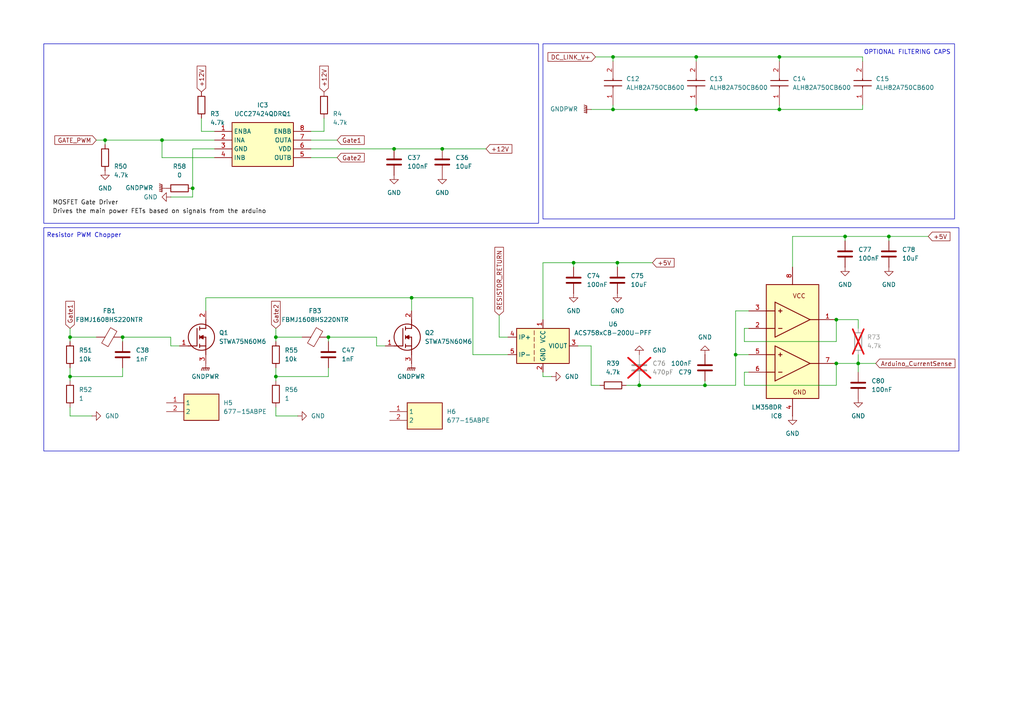
<source format=kicad_sch>
(kicad_sch (version 20250114) (generator "eeschema") (generator_version "9.0")
  (paper "A4")
  (lib_symbols
    (symbol "Device:C" (pin_numbers (hide yes)) (pin_names (offset 0.254))
      (property "Reference" "C" (at 0.635 2.54 0))
      (property "Value" "C" (at 0.635 -2.54 0))
      (symbol "C_0_1"
        (polyline (pts (xy -2.032 0.762) (xy 2.032 0.762)) (stroke (width 0.508)))
        (polyline (pts (xy -2.032 -0.762) (xy 2.032 -0.762)) (stroke (width 0.508)))
      )
      (symbol "C_1_1"
        (pin passive line (at 0 3.81 270) (length 2.794) (name "~") (number "1"))
        (pin passive line (at 0 -3.81 90) (length 2.794) (name "~") (number "2"))
      )
    )
    (symbol "Device:FerriteBead" (pin_numbers (hide yes)) (pin_names (offset 0))
      (property "Reference" "FB" (at -3.81 0.635 90))
      (property "Value" "FerriteBead" (at 3.81 0 90))
      (symbol "FerriteBead_0_1"
        (polyline (pts (xy -2.7686 0.4064) (xy -1.7018 2.2606) (xy 2.7686 -0.3048) (xy 1.6764 -2.159) (xy -2.7686 0.4064)))
        (polyline (pts (xy 0 1.27) (xy 0 1.2954)))
        (polyline (pts (xy 0 -1.27) (xy 0 -1.2192)))
      )
      (symbol "FerriteBead_1_1"
        (pin passive line (at 0 3.81 270) (length 2.54) (name "~") (number "1"))
        (pin passive line (at 0 -3.81 90) (length 2.54) (name "~") (number "2"))
      )
    )
    (symbol "Device:R" (pin_numbers (hide yes)) (pin_names (offset 0))
      (property "Reference" "R" (at 2.032 0 90))
      (property "Value" "R" (at 0 0 90))
      (symbol "R_0_1"
        (rectangle (start -1.016 -2.54) (end 1.016 2.54) (stroke (width 0.254)))
      )
      (symbol "R_1_1"
        (pin passive line (at 0 3.81 270) (length 1.27) (name "~") (number "1"))
        (pin passive line (at 0 -3.81 90) (length 1.27) (name "~") (number "2"))
      )
    )
    (symbol "InverterCom:677-15ABPE"
      (property "Reference" "H" (at 16.51 7.62 0))
      (property "Value" "677-15ABPE" (at 16.51 5.08 0))
      (symbol "677-15ABPE_1_1"
        (rectangle (start 5.08 2.54) (end 15.24 -5.08) (stroke (width 0.254)) (fill (type background)))
        (pin passive line (at 0 0 0) (length 5.08) (name "1") (number "1"))
        (pin passive line (at 0 -2.54 0) (length 5.08) (name "2") (number "2"))
      )
    )
    (symbol "InverterCom:ALH82A750CB600" (pin_names (hide yes))
      (property "Reference" "C" (at 8.89 6.35 0))
      (property "Value" "ALH82A750CB600" (at 8.89 3.81 0))
      (symbol "ALH82A750CB600_1_1"
        (polyline (pts (xy 5.08 0) (xy 5.588 0)) (stroke (width 0.254)))
        (polyline (pts (xy 5.588 2.54) (xy 5.588 -2.54)) (stroke (width 0.254)))
        (polyline (pts (xy 7.112 2.54) (xy 7.112 -2.54)) (stroke (width 0.254)))
        (polyline (pts (xy 7.112 0) (xy 7.62 0)) (stroke (width 0.254)))
        (pin passive line (at 0 0 0) (length 5.08) (name "1") (number "1"))
        (pin passive line (at 12.7 0 180) (length 5.08) (name "2") (number "2"))
      )
    )
    (symbol "InverterCom:LM358DR" (pin_names (hide yes))
      (property "Reference" "IC" (at 22.86 17.78 0))
      (property "Value" "LM358DR" (at 22.86 15.24 0))
      (symbol "LM358DR_1_1"
        (rectangle (start 5.08 7.62) (end 20.32 -25.4) (stroke (width 0.254)) (fill (type background)))
        (polyline (pts (xy 5.08 0) (xy 7.62 0)) (stroke (width 0.254)))
        (polyline (pts (xy 5.08 -5.08) (xy 7.62 -5.08)) (stroke (width 0.254)))
        (polyline (pts (xy 5.08 -12.7) (xy 7.62 -12.7)) (stroke (width 0.254)))
        (polyline (pts (xy 5.08 -17.78) (xy 7.62 -17.78)) (stroke (width 0.254)))
        (polyline (pts (xy 7.62 -7.62) (xy 7.62 2.54)) (stroke (width 0.254)))
        (polyline (pts (xy 7.62 -10.16) (xy 7.62 -20.32)) (stroke (width 0.254)))
        (polyline (pts (xy 8.636 0) (xy 9.652 0)) (stroke (width 0.254)))
        (polyline (pts (xy 8.636 -5.08) (xy 9.652 -5.08)) (stroke (width 0.254)))
        (polyline (pts (xy 8.636 -12.7) (xy 9.652 -12.7)) (stroke (width 0.254)))
        (polyline (pts (xy 8.636 -17.78) (xy 9.652 -17.78)) (stroke (width 0.254)))
        (polyline (pts (xy 9.144 -0.508) (xy 9.144 0.508)) (stroke (width 0.254)))
        (polyline (pts (xy 9.144 -12.192) (xy 9.144 -13.208)) (stroke (width 0.254)))
        (polyline (pts (xy 17.78 -2.54) (xy 7.62 2.54)) (stroke (width 0.254)))
        (polyline (pts (xy 17.78 -2.54) (xy 7.62 -7.62)) (stroke (width 0.254)))
        (polyline (pts (xy 17.78 -2.54) (xy 20.32 -2.54)) (stroke (width 0.254)))
        (polyline (pts (xy 17.78 -15.24) (xy 7.62 -10.16)) (stroke (width 0.254)))
        (polyline (pts (xy 17.78 -15.24) (xy 7.62 -20.32)) (stroke (width 0.254)))
        (polyline (pts (xy 17.78 -15.24) (xy 20.32 -15.24)) (stroke (width 0.254)))
        (text "VCC" (at 12.7 5.08 0) (effects (font (size 1.27 1.27)) (justify left top)))
        (text "GND" (at 12.7 -22.86 0) (effects (font (size 1.27 1.27)) (justify left top)))
        (pin passive line (at 0 0 0) (length 5.08) (name "IN1+") (number "3"))
        (pin passive line (at 0 -5.08 0) (length 5.08) (name "IN1-") (number "2"))
        (pin passive line (at 0 -12.7 0) (length 5.08) (name "IN2+") (number "5"))
        (pin passive line (at 0 -17.78 0) (length 5.08) (name "IN2-") (number "6"))
        (pin passive line (at 12.7 12.7 270) (length 5.08) (name "V+") (number "8"))
        (pin passive line (at 12.7 -30.48 90) (length 5.08) (name "V-") (number "4"))
        (pin passive line (at 25.4 -2.54 180) (length 5.08) (name "OUT1") (number "1"))
        (pin passive line (at 25.4 -15.24 180) (length 5.08) (name "OUT2") (number "7"))
      )
    )
    (symbol "InverterCom:STWA75N60M6" (pin_names (hide yes))
      (property "Reference" "Q" (at 11.43 3.81 0))
      (property "Value" "STWA75N60M6" (at 11.43 1.27 0))
      (symbol "STWA75N60M6_1_1"
        (polyline (pts (xy 2.54 0) (xy 5.08 0)) (stroke (width 0.254)))
        (polyline (pts (xy 5.08 5.08) (xy 5.08 0)) (stroke (width 0.254)))
        (polyline (pts (xy 5.842 5.588) (xy 5.842 4.572)) (stroke (width 0.254)))
        (polyline (pts (xy 5.842 2.54) (xy 6.858 3.048) (xy 6.858 2.032) (xy 5.842 2.54)) (stroke (width 0.254)) (fill (type outline)))
        (polyline (pts (xy 5.842 2.032) (xy 5.842 3.048)) (stroke (width 0.254)))
        (polyline (pts (xy 5.842 0) (xy 7.62 0)) (stroke (width 0.254)))
        (polyline (pts (xy 5.842 -0.508) (xy 5.842 0.508)) (stroke (width 0.254)))
        (circle (center 6.35 2.54) (radius 3.81) (stroke (width 0.254)))
        (polyline (pts (xy 7.62 5.08) (xy 5.842 5.08)) (stroke (width 0.254)))
        (polyline (pts (xy 7.62 5.08) (xy 7.62 7.62)) (stroke (width 0.254)))
        (polyline (pts (xy 7.62 2.54) (xy 5.842 2.54)) (stroke (width 0.254)))
        (polyline (pts (xy 7.62 2.54) (xy 7.62 -2.54)) (stroke (width 0.254)))
        (pin passive line (at 0 0 0) (length 2.54) (name "G") (number "1"))
        (pin passive line (at 7.62 10.16 270) (length 2.54) (name "D") (number "2"))
        (pin passive line (at 7.62 -5.08 90) (length 2.54) (name "S") (number "3"))
      )
    )
    (symbol "InverterCom:UCC27424QDRQ1"
      (property "Reference" "IC" (at 24.13 7.62 0))
      (property "Value" "UCC27424QDRQ1" (at 24.13 5.08 0))
      (symbol "UCC27424QDRQ1_1_1"
        (rectangle (start 5.08 2.54) (end 22.86 -10.16) (stroke (width 0.254)) (fill (type background)))
        (pin passive line (at 0 0 0) (length 5.08) (name "ENBA") (number "1"))
        (pin passive line (at 0 -2.54 0) (length 5.08) (name "INA") (number "2"))
        (pin passive line (at 0 -5.08 0) (length 5.08) (name "GND") (number "3"))
        (pin passive line (at 0 -7.62 0) (length 5.08) (name "INB") (number "4"))
        (pin passive line (at 27.94 0 180) (length 5.08) (name "ENBB") (number "8"))
        (pin passive line (at 27.94 -2.54 180) (length 5.08) (name "OUTA") (number "7"))
        (pin passive line (at 27.94 -5.08 180) (length 5.08) (name "VDD") (number "6"))
        (pin passive line (at 27.94 -7.62 180) (length 5.08) (name "OUTB") (number "5"))
      )
    )
    (symbol "Sensor_Current:ACS758xCB-200U-PFF"
      (property "Reference" "U" (at -7.62 6.35 0))
      (property "Value" "ACS758xCB-200U-PFF" (at 2.54 6.35 0))
      (symbol "ACS758xCB-200U-PFF_0_1"
        (rectangle (start -7.62 5.08) (end 7.62 -5.08) (stroke (width 0.254)) (fill (type background)))
        (polyline (pts (xy -2.54 3.175) (xy -2.54 4.445)))
        (polyline (pts (xy -2.54 1.27) (xy -2.54 2.54)))
        (polyline (pts (xy -2.54 0.635) (xy -2.54 -0.635)))
        (polyline (pts (xy -2.54 -1.27) (xy -2.54 -2.54)))
        (polyline (pts (xy -2.54 -3.175) (xy -2.54 -4.445)))
      )
      (symbol "ACS758xCB-200U-PFF_1_1"
        (pin passive line (at -10.16 2.54 0) (length 2.54) (name "IP+") (number "4"))
        (pin passive line (at -10.16 -2.54 0) (length 2.54) (name "IP-") (number "5"))
        (pin power_in line (at 0 7.62 270) (length 2.54) (name "VCC") (number "1"))
        (pin power_in line (at 0 -7.62 90) (length 2.54) (name "GND") (number "2"))
        (pin output line (at 10.16 0 180) (length 2.54) (name "VIOUT") (number "3"))
      )
    )
    (symbol "power:GND" (power) (pin_numbers (hide yes)) (pin_names (offset 0) (hide yes))
      (property "Value" "GND" (at 0 -3.81 0))
      (symbol "GND_0_1"
        (polyline (pts (xy 0 0) (xy 0 -1.27) (xy 1.27 -1.27) (xy 0 -2.54) (xy -1.27 -1.27) (xy 0 -1.27)))
      )
      (symbol "GND_1_1"
        (pin power_in line (at 0 0 270) (length 0) (name "~") (number "1"))
      )
    )
    (symbol "power:GNDPWR" (power) (pin_numbers (hide yes)) (pin_names (offset 0) (hide yes))
      (property "Value" "GNDPWR" (at 0 -3.302 0))
      (symbol "GNDPWR_0_1"
        (polyline (pts (xy -1.016 -1.27) (xy -1.27 -2.032) (xy -1.27 -2.032)) (stroke (width 0.2032)))
        (polyline (pts (xy -0.508 -1.27) (xy -0.762 -2.032) (xy -0.762 -2.032)) (stroke (width 0.2032)))
        (polyline (pts (xy 0 -1.27) (xy 0 0)))
        (polyline (pts (xy 0 -1.27) (xy -0.254 -2.032) (xy -0.254 -2.032)) (stroke (width 0.2032)))
        (polyline (pts (xy 0.508 -1.27) (xy 0.254 -2.032) (xy 0.254 -2.032)) (stroke (width 0.2032)))
        (polyline (pts (xy 1.016 -1.27) (xy -1.016 -1.27) (xy -1.016 -1.27)) (stroke (width 0.2032)))
        (polyline (pts (xy 1.016 -1.27) (xy 0.762 -2.032) (xy 0.762 -2.032) (xy 0.762 -2.032)) (stroke (width 0.2032)))
      )
      (symbol "GNDPWR_1_1"
        (pin power_in line (at 0 0 270) (length 0) (name "~") (number "1"))
      )
    )
  )
  (rectangle (start 12.7 66.04) (end 278.13 130.81))
  (rectangle (start 157.48 12.7) (end 276.86 63.5))
  (rectangle (start 12.7 12.7) (end 156.21 64.77))
  (text "OPTIONAL FILTERING CAPS" (at 263.144 15.24 0) (effects (font (size 1.27 1.27))))
  (text "Resistor PWM Chopper" (at 24.384 68.326 0) (effects (font (size 1.27 1.27))))
  (junction (at 248.92 105.41))
  (junction (at 226.06 31.75))
  (junction (at 185.42 111.76))
  (junction (at 166.37 76.2))
  (junction (at 119.38 86.36))
  (junction (at 20.32 97.79))
  (junction (at 201.93 31.75))
  (junction (at 201.93 16.51))
  (junction (at 257.81 68.58))
  (junction (at 46.99 40.64))
  (junction (at 20.32 109.22))
  (junction (at 128.27 43.18))
  (junction (at 242.57 105.41))
  (junction (at 245.11 68.58))
  (junction (at 226.06 16.51))
  (junction (at 213.36 102.87))
  (junction (at 30.48 40.64))
  (junction (at 177.8 31.75))
  (junction (at 204.47 111.76))
  (junction (at 114.3 43.18))
  (junction (at 95.25 97.79))
  (junction (at 35.56 97.79))
  (junction (at 177.8 16.51))
  (junction (at 80.01 109.22))
  (junction (at 80.01 97.79))
  (junction (at 179.07 76.2))
  (junction (at 55.88 54.61))
  (junction (at 242.57 92.71))
  (wire (pts (xy 226.06 17.78) (xy 226.06 16.51)))
  (wire (pts (xy 27.94 40.64) (xy 30.48 40.64)))
  (wire (pts (xy 46.99 45.72) (xy 62.23 45.72)))
  (wire (pts (xy 204.47 111.76) (xy 213.36 111.76)))
  (wire (pts (xy 55.88 43.18) (xy 55.88 54.61)))
  (wire (pts (xy 215.9 95.25) (xy 215.9 99.06)))
  (wire (pts (xy 55.88 43.18) (xy 62.23 43.18)))
  (wire (pts (xy 87.63 97.79) (xy 80.01 97.79)))
  (wire (pts (xy 257.81 69.85) (xy 257.81 68.58)))
  (wire (pts (xy 49.53 57.15) (xy 55.88 57.15)))
  (wire (pts (xy 80.01 109.22) (xy 80.01 110.49)))
  (wire (pts (xy 213.36 90.17) (xy 213.36 102.87)))
  (wire (pts (xy 59.69 90.17) (xy 59.69 86.36)))
  (wire (pts (xy 226.06 31.75) (xy 250.19 31.75)))
  (wire (pts (xy 95.25 109.22) (xy 80.01 109.22)))
  (wire (pts (xy 93.98 34.29) (xy 93.98 38.1)))
  (wire (pts (xy 35.56 97.79) (xy 49.53 97.79)))
  (wire (pts (xy 226.06 31.75) (xy 226.06 30.48)))
  (wire (pts (xy 80.01 109.22) (xy 80.01 106.68)))
  (wire (pts (xy 177.8 17.78) (xy 177.8 16.51)))
  (wire (pts (xy 90.17 40.64) (xy 97.79 40.64)))
  (wire (pts (xy 242.57 92.71) (xy 248.92 92.71)))
  (wire (pts (xy 35.56 106.68) (xy 35.56 109.22)))
  (wire (pts (xy 177.8 31.75) (xy 201.93 31.75)))
  (wire (pts (xy 30.48 40.64) (xy 46.99 40.64)))
  (wire (pts (xy 20.32 109.22) (xy 20.32 106.68)))
  (wire (pts (xy 46.99 40.64) (xy 62.23 40.64)))
  (wire (pts (xy 144.78 97.79) (xy 147.32 97.79)))
  (wire (pts (xy 20.32 97.79) (xy 20.32 95.25)))
  (wire (pts (xy 248.92 102.87) (xy 248.92 105.41)))
  (wire (pts (xy 46.99 40.64) (xy 46.99 45.72)))
  (wire (pts (xy 111.76 100.33) (xy 109.22 100.33)))
  (wire (pts (xy 204.47 110.49) (xy 204.47 111.76)))
  (wire (pts (xy 257.81 68.58) (xy 269.24 68.58)))
  (wire (pts (xy 49.53 100.33) (xy 52.07 100.33)))
  (wire (pts (xy 171.45 100.33) (xy 167.64 100.33)))
  (wire (pts (xy 27.94 97.79) (xy 20.32 97.79)))
  (wire (pts (xy 119.38 86.36) (xy 119.38 90.17)))
  (wire (pts (xy 213.36 90.17) (xy 217.17 90.17)))
  (wire (pts (xy 213.36 111.76) (xy 213.36 102.87)))
  (wire (pts (xy 137.16 86.36) (xy 137.16 102.87)))
  (wire (pts (xy 179.07 77.47) (xy 179.07 76.2)))
  (wire (pts (xy 242.57 99.06) (xy 242.57 92.71)))
  (wire (pts (xy 189.23 76.2) (xy 179.07 76.2)))
  (wire (pts (xy 250.19 31.75) (xy 250.19 30.48)))
  (wire (pts (xy 95.25 106.68) (xy 95.25 109.22)))
  (wire (pts (xy 229.87 68.58) (xy 245.11 68.58)))
  (wire (pts (xy 217.17 95.25) (xy 215.9 95.25)))
  (wire (pts (xy 215.9 99.06) (xy 242.57 99.06)))
  (wire (pts (xy 201.93 31.75) (xy 226.06 31.75)))
  (wire (pts (xy 144.78 91.44) (xy 144.78 97.79)))
  (wire (pts (xy 58.42 34.29) (xy 58.42 38.1)))
  (wire (pts (xy 171.45 111.76) (xy 171.45 100.33)))
  (wire (pts (xy 157.48 107.95) (xy 157.48 109.22)))
  (wire (pts (xy 185.42 111.76) (xy 204.47 111.76)))
  (wire (pts (xy 226.06 16.51) (xy 201.93 16.51)))
  (wire (pts (xy 171.45 31.75) (xy 177.8 31.75)))
  (wire (pts (xy 215.9 111.76) (xy 242.57 111.76)))
  (wire (pts (xy 201.93 16.51) (xy 177.8 16.51)))
  (wire (pts (xy 62.23 38.1) (xy 58.42 38.1)))
  (wire (pts (xy 177.8 31.75) (xy 177.8 30.48)))
  (wire (pts (xy 172.72 16.51) (xy 177.8 16.51)))
  (wire (pts (xy 90.17 43.18) (xy 114.3 43.18)))
  (wire (pts (xy 80.01 120.65) (xy 80.01 118.11)))
  (wire (pts (xy 90.17 45.72) (xy 97.79 45.72)))
  (wire (pts (xy 245.11 69.85) (xy 245.11 68.58)))
  (wire (pts (xy 35.56 109.22) (xy 20.32 109.22)))
  (wire (pts (xy 80.01 97.79) (xy 80.01 95.25)))
  (wire (pts (xy 248.92 105.41) (xy 248.92 107.95)))
  (wire (pts (xy 95.25 97.79) (xy 109.22 97.79)))
  (wire (pts (xy 229.87 68.58) (xy 229.87 77.47)))
  (wire (pts (xy 171.45 111.76) (xy 173.99 111.76)))
  (wire (pts (xy 114.3 43.18) (xy 128.27 43.18)))
  (wire (pts (xy 215.9 107.95) (xy 215.9 111.76)))
  (wire (pts (xy 248.92 92.71) (xy 248.92 95.25)))
  (wire (pts (xy 250.19 16.51) (xy 226.06 16.51)))
  (wire (pts (xy 217.17 107.95) (xy 215.9 107.95)))
  (wire (pts (xy 137.16 86.36) (xy 119.38 86.36)))
  (wire (pts (xy 166.37 77.47) (xy 166.37 76.2)))
  (wire (pts (xy 201.93 17.78) (xy 201.93 16.51)))
  (wire (pts (xy 137.16 102.87) (xy 147.32 102.87)))
  (wire (pts (xy 181.61 111.76) (xy 185.42 111.76)))
  (wire (pts (xy 26.67 120.65) (xy 20.32 120.65)))
  (wire (pts (xy 95.25 99.06) (xy 95.25 97.79)))
  (wire (pts (xy 109.22 100.33) (xy 109.22 97.79)))
  (wire (pts (xy 166.37 76.2) (xy 157.48 76.2)))
  (wire (pts (xy 49.53 97.79) (xy 49.53 100.33)))
  (wire (pts (xy 93.98 38.1) (xy 90.17 38.1)))
  (wire (pts (xy 20.32 97.79) (xy 20.32 99.06)))
  (wire (pts (xy 59.69 86.36) (xy 119.38 86.36)))
  (wire (pts (xy 35.56 99.06) (xy 35.56 97.79)))
  (wire (pts (xy 248.92 105.41) (xy 254 105.41)))
  (wire (pts (xy 157.48 109.22) (xy 160.02 109.22)))
  (wire (pts (xy 185.42 110.49) (xy 185.42 111.76)))
  (wire (pts (xy 86.36 120.65) (xy 80.01 120.65)))
  (wire (pts (xy 201.93 31.75) (xy 201.93 30.48)))
  (wire (pts (xy 179.07 76.2) (xy 166.37 76.2)))
  (wire (pts (xy 250.19 17.78) (xy 250.19 16.51)))
  (wire (pts (xy 242.57 105.41) (xy 248.92 105.41)))
  (wire (pts (xy 30.48 40.64) (xy 30.48 41.91)))
  (wire (pts (xy 242.57 111.76) (xy 242.57 105.41)))
  (wire (pts (xy 213.36 102.87) (xy 217.17 102.87)))
  (wire (pts (xy 157.48 76.2) (xy 157.48 92.71)))
  (wire (pts (xy 20.32 120.65) (xy 20.32 118.11)))
  (wire (pts (xy 128.27 43.18) (xy 140.97 43.18)))
  (wire (pts (xy 55.88 57.15) (xy 55.88 54.61)))
  (wire (pts (xy 245.11 68.58) (xy 257.81 68.58)))
  (wire (pts (xy 20.32 109.22) (xy 20.32 110.49)))
  (wire (pts (xy 80.01 97.79) (xy 80.01 99.06)))
  (label "MOSFET Gate Driver" (at 15.24 59.69 0))
  (label "Drives the main power FETs based on signals from the arduino" (at 15.24 62.23 0))
  (global_label "Gate1" (shape input) (at 97.79 40.64 0) (property "Intersheetrefs" "${INTERSHEET_REFS}" (effects (hide yes))))
  (global_label "+12V" (shape input) (at 58.42 26.67 90) (property "Intersheetrefs" "${INTERSHEET_REFS}" (effects (hide yes))))
  (global_label "Gate1" (shape input) (at 20.32 95.25 90) (property "Intersheetrefs" "${INTERSHEET_REFS}" (effects (hide yes))))
  (global_label "Gate2" (shape input) (at 80.01 95.25 90) (property "Intersheetrefs" "${INTERSHEET_REFS}" (effects (hide yes))))
  (global_label "+5V" (shape input) (at 269.24 68.58 0) (property "Intersheetrefs" "${INTERSHEET_REFS}" (effects (hide yes))))
  (global_label "Arduino_CurrentSense" (shape input) (at 254 105.41 0) (property "Intersheetrefs" "${INTERSHEET_REFS}" (effects (hide yes))))
  (global_label "Gate2" (shape input) (at 97.79 45.72 0) (property "Intersheetrefs" "${INTERSHEET_REFS}" (effects (hide yes))))
  (global_label "+12V" (shape input) (at 140.97 43.18 0) (property "Intersheetrefs" "${INTERSHEET_REFS}" (effects (hide yes))))
  (global_label "GATE_PWM" (shape input) (at 27.94 40.64 180) (property "Intersheetrefs" "${INTERSHEET_REFS}" (effects (hide yes))))
  (global_label "RESISTOR_RETURN" (shape input) (at 144.78 91.44 90) (property "Intersheetrefs" "${INTERSHEET_REFS}" (effects (hide yes))))
  (global_label "+12V" (shape input) (at 93.98 26.67 90) (property "Intersheetrefs" "${INTERSHEET_REFS}" (effects (hide yes))))
  (global_label "+5V" (shape input) (at 189.23 76.2 0) (property "Intersheetrefs" "${INTERSHEET_REFS}" (effects (hide yes))))
  (global_label "DC_LINK_V+" (shape input) (at 172.72 16.51 180) (property "Intersheetrefs" "${INTERSHEET_REFS}" (effects (hide yes))))
  (symbol (lib_id "Device:C") (at 204.47 106.68 180) (unit 1)
    (property "Reference" "C79" (at 200.66 107.9501 0) (effects (justify left)))
    (property "Value" "100nF" (at 200.66 105.4101 0) (effects (justify left)))
    (property "Footprint" "Capacitor_SMD:C_1210_3225Metric_Pad1.33x2.70mm_HandSolder" (effects (hide yes)))
    (property "Description" "Unpolarized capacitor" (effects (hide yes)))
  )
  (symbol (lib_id "InverterCom:677-15ABPE") (at 48.26 116.84 0) (unit 1)
    (property "Reference" "H5" (at 64.77 116.8399 0) (effects (justify left)))
    (property "Value" "677-15ABPE" (at 64.77 119.3799 0) (effects (justify left)))
    (property "Footprint" "InverterCom:67715ABPE" (effects (hide yes)))
    (property "Datasheet" "http://www.wakefield-vette.com/Portals/0/resources/datasheets/677.pdf" (effects (hide yes)))
    (property "Description" "Heat Sinks High Performance, High Power Heat Sink for Vertical Board Mounting for TO-220, TO-247, TO-218, 15-LEAD MULTIWATT, 38.1mm Height/002" (effects (hide yes)))
    (property "Height" "38.1" (effects (hide yes)))
    (property "Mouser Part Number" "567-677-15ABPE" (effects (hide yes)))
    (property "Mouser Price/Stock" "https://www.mouser.co.uk/ProductDetail/Wakefield-Thermal/677-15ABPE?qs=IxdtNV%2F4IV2Xq6Oa6Jy%2FmQ%3D%3D" (effects (hide yes)))
    (property "Manufacturer_Name" "Wakefield Thermal" (effects (hide yes)))
    (property "Manufacturer_Part_Number" "677-15ABPE" (effects (hide yes)))
  )
  (symbol (lib_id "Device:R") (at 80.01 102.87 0) (unit 1)
    (property "Reference" "R55" (at 82.55 101.5999 0) (effects (justify left)))
    (property "Value" "10k" (at 82.55 104.1399 0) (effects (justify left)))
    (property "Footprint" "Resistor_SMD:R_1210_3225Metric_Pad1.30x2.65mm_HandSolder" (effects (hide yes)))
    (property "Description" "Resistor" (effects (hide yes)))
  )
  (symbol (lib_id "Device:C") (at 245.11 73.66 0) (unit 1)
    (property "Reference" "C77" (at 248.92 72.3899 0) (effects (justify left)))
    (property "Value" "100nF" (at 248.92 74.9299 0) (effects (justify left)))
    (property "Footprint" "Capacitor_SMD:C_1210_3225Metric_Pad1.33x2.70mm_HandSolder" (effects (hide yes)))
    (property "Description" "Unpolarized capacitor" (effects (hide yes)))
  )
  (symbol (lib_id "power:GND") (at 245.11 77.47 0) (unit 1)
    (property "Reference" "#PWR0114" (effects (hide yes)))
    (property "Value" "GND" (at 245.11 82.55 0))
    (property "Description" "Power symbol creates a global label with name \"GND\" , ground" (effects (hide yes)))
  )
  (symbol (lib_id "InverterCom:ALH82A750CB600") (at 201.93 30.48 90) (unit 1)
    (property "Reference" "C13" (at 205.74 22.8599 90) (effects (justify right)))
    (property "Value" "ALH82A750CB600" (at 205.74 25.3999 90) (effects (justify right)))
    (property "Footprint" "InverterCom:ALH82A750CB600" (effects (hide yes)))
    (property "Datasheet" "https://search.kemet.com/component-documentation/download/specsheet/ALH82A750CB600" (effects (hide yes)))
    (property "Description" "75 F 600 V Aluminum Electrolytic Capacitors Radial, Can - Snap-In 1.861Ohm @ 100Hz 3000 Hrs @ 105C" (effects (hide yes)))
    (property "Height" "32" (effects (hide yes)))
    (property "Mouser Part Number" "80-ALH82A750CB600" (effects (hide yes)))
    (property "Mouser Price/Stock" "https://www.mouser.co.uk/ProductDetail/KEMET/ALH82A750CB600?qs=IPgv5n7u5QYD2qLIrnuv%2FQ%3D%3D" (effects (hide yes)))
    (property "Manufacturer_Name" "KEMET" (effects (hide yes)))
    (property "Manufacturer_Part_Number" "ALH82A750CB600" (effects (hide yes)))
  )
  (symbol (lib_id "Device:C") (at 114.3 46.99 0) (unit 1)
    (property "Reference" "C37" (at 118.11 45.7199 0) (effects (justify left)))
    (property "Value" "100nF" (at 118.11 48.2599 0) (effects (justify left)))
    (property "Footprint" "Capacitor_SMD:C_1210_3225Metric_Pad1.33x2.70mm_HandSolder" (effects (hide yes)))
    (property "Description" "Unpolarized capacitor" (effects (hide yes)))
  )
  (symbol (lib_id "Device:FerriteBead") (at 31.75 97.79 90) (unit 1)
    (property "Reference" "FB1" (at 31.6992 90.17 90))
    (property "Value" "FBMJ1608HS220NTR" (at 31.6992 92.71 90))
    (property "Footprint" "InverterCom:BEADC1608X100N" (effects (hide yes)))
    (property "Description" "Ferrite bead" (effects (hide yes)))
    (property "Height" "1" (effects (hide yes)))
    (property "Mouser Part Number" "963-FBMJ1608HS220NTR" (effects (hide yes)))
    (property "Mouser Price/Stock" "https://www.mouser.co.uk/ProductDetail/TAIYO-YUDEN/FBMJ1608HS220NTR?qs=qEEMd6hQM8XfqBRLulOo%2FQ%3D%3D" (effects (hide yes)))
    (property "Manufacturer_Name" "TAIYO YUDEN" (effects (hide yes)))
    (property "Manufacturer_Part_Number" "FBMJ1608HS220NTR" (effects (hide yes)))
  )
  (symbol (lib_id "InverterCom:677-15ABPE") (at 113.03 119.38 0) (unit 1)
    (property "Reference" "H6" (at 129.54 119.3799 0) (effects (justify left)))
    (property "Value" "677-15ABPE" (at 129.54 121.9199 0) (effects (justify left)))
    (property "Footprint" "InverterCom:67715ABPE" (effects (hide yes)))
    (property "Datasheet" "http://www.wakefield-vette.com/Portals/0/resources/datasheets/677.pdf" (effects (hide yes)))
    (property "Description" "Heat Sinks High Performance, High Power Heat Sink for Vertical Board Mounting for TO-220, TO-247, TO-218, 15-LEAD MULTIWATT, 38.1mm Height/002" (effects (hide yes)))
    (property "Height" "38.1" (effects (hide yes)))
    (property "Mouser Part Number" "567-677-15ABPE" (effects (hide yes)))
    (property "Mouser Price/Stock" "https://www.mouser.co.uk/ProductDetail/Wakefield-Thermal/677-15ABPE?qs=IxdtNV%2F4IV2Xq6Oa6Jy%2FmQ%3D%3D" (effects (hide yes)))
    (property "Manufacturer_Name" "Wakefield Thermal" (effects (hide yes)))
    (property "Manufacturer_Part_Number" "677-15ABPE" (effects (hide yes)))
  )
  (symbol (lib_id "InverterCom:STWA75N60M6") (at 111.76 100.33 0) (unit 1)
    (property "Reference" "Q2" (at 123.19 96.5199 0) (effects (justify left)))
    (property "Value" "STWA75N60M6" (at 123.19 99.0599 0) (effects (justify left)))
    (property "Footprint" "InverterCom:TO544P510X1580X2540-3P" (effects (hide yes)))
    (property "Datasheet" "https://www.st.com/resource/en/datasheet/stwa75n60m6.pdf" (effects (hide yes)))
    (property "Description" "N-channel 600 V, 32 mOhm typ., 72 A MDmesh M6 Power MOSFET in a TO-247 long leads package" (effects (hide yes)))
    (property "Height" "5.1" (effects (hide yes)))
    (property "Mouser Part Number" "511-STWA75N60M6" (effects (hide yes)))
    (property "Mouser Price/Stock" "https://www.mouser.co.uk/ProductDetail/STMicroelectronics/STWA75N60M6?qs=%252BEew9%252B0nqrCXcHfSF9fhZA%3D%3D" (effects (hide yes)))
    (property "Manufacturer_Name" "STMicroelectronics" (effects (hide yes)))
    (property "Manufacturer_Part_Number" "STWA75N60M6" (effects (hide yes)))
  )
  (symbol (lib_id "InverterCom:STWA75N60M6") (at 52.07 100.33 0) (unit 1)
    (property "Reference" "Q1" (at 63.5 96.5199 0) (effects (justify left)))
    (property "Value" "STWA75N60M6" (at 63.5 99.0599 0) (effects (justify left)))
    (property "Footprint" "InverterCom:TO544P510X1580X2540-3P" (effects (hide yes)))
    (property "Datasheet" "https://www.st.com/resource/en/datasheet/stwa75n60m6.pdf" (effects (hide yes)))
    (property "Description" "N-channel 600 V, 32 mOhm typ., 72 A MDmesh M6 Power MOSFET in a TO-247 long leads package" (effects (hide yes)))
    (property "Height" "5.1" (effects (hide yes)))
    (property "Mouser Part Number" "511-STWA75N60M6" (effects (hide yes)))
    (property "Mouser Price/Stock" "https://www.mouser.co.uk/ProductDetail/STMicroelectronics/STWA75N60M6?qs=%252BEew9%252B0nqrCXcHfSF9fhZA%3D%3D" (effects (hide yes)))
    (property "Manufacturer_Name" "STMicroelectronics" (effects (hide yes)))
    (property "Manufacturer_Part_Number" "STWA75N60M6" (effects (hide yes)))
  )
  (symbol (lib_id "power:GND") (at 49.53 57.15 270) (unit 1)
    (property "Reference" "#PWR0103" (effects (hide yes)))
    (property "Value" "GND" (at 45.72 57.1499 90) (effects (justify right)))
    (property "Description" "Power symbol creates a global label with name \"GND\" , ground" (effects (hide yes)))
  )
  (symbol (lib_id "Device:C") (at 257.81 73.66 0) (unit 1)
    (property "Reference" "C78" (at 261.62 72.3899 0) (effects (justify left)))
    (property "Value" "10uF" (at 261.62 74.9299 0) (effects (justify left)))
    (property "Footprint" "Capacitor_SMD:C_1210_3225Metric_Pad1.33x2.70mm_HandSolder" (effects (hide yes)))
    (property "Description" "Unpolarized capacitor" (effects (hide yes)))
  )
  (symbol (lib_id "Device:C") (at 185.42 106.68 0) (unit 1) (dnp yes)
    (property "Reference" "C76" (at 189.23 105.4099 0) (effects (justify left)))
    (property "Value" "470pF" (at 189.23 107.9499 0) (effects (justify left)))
    (property "Footprint" "Capacitor_SMD:C_1210_3225Metric_Pad1.33x2.70mm_HandSolder" (effects (hide yes)))
    (property "Description" "Unpolarized capacitor" (effects (hide yes)))
  )
  (symbol (lib_id "Device:R") (at 58.42 30.48 180) (unit 1)
    (property "Reference" "R3" (at 60.96 33.0199 0) (effects (justify right)))
    (property "Value" "4.7k" (at 60.96 35.5599 0) (effects (justify right)))
    (property "Footprint" "Resistor_SMD:R_1210_3225Metric_Pad1.30x2.65mm_HandSolder" (effects (hide yes)))
    (property "Description" "Resistor" (effects (hide yes)))
  )
  (symbol (lib_id "Device:R") (at 93.98 30.48 180) (unit 1)
    (property "Reference" "R4" (at 96.52 33.0199 0) (effects (justify right)))
    (property "Value" "4.7k" (at 96.52 35.5599 0) (effects (justify right)))
    (property "Footprint" "Resistor_SMD:R_1210_3225Metric_Pad1.30x2.65mm_HandSolder" (effects (hide yes)))
    (property "Description" "Resistor" (effects (hide yes)))
  )
  (symbol (lib_id "Device:R") (at 30.48 45.72 180) (unit 1)
    (property "Reference" "R50" (at 33.02 48.2599 0) (effects (justify right)))
    (property "Value" "4.7k" (at 33.02 50.7999 0) (effects (justify right)))
    (property "Footprint" "Resistor_SMD:R_1210_3225Metric_Pad1.30x2.65mm_HandSolder" (effects (hide yes)))
    (property "Description" "Resistor" (effects (hide yes)))
  )
  (symbol (lib_id "Device:R") (at 20.32 102.87 0) (unit 1)
    (property "Reference" "R51" (at 22.86 101.5999 0) (effects (justify left)))
    (property "Value" "10k" (at 22.86 104.1399 0) (effects (justify left)))
    (property "Footprint" "Resistor_SMD:R_1210_3225Metric_Pad1.30x2.65mm_HandSolder" (effects (hide yes)))
    (property "Description" "Resistor" (effects (hide yes)))
  )
  (symbol (lib_id "power:GND") (at 179.07 85.09 0) (unit 1)
    (property "Reference" "#PWR0110" (effects (hide yes)))
    (property "Value" "GND" (at 179.07 90.17 0))
    (property "Description" "Power symbol creates a global label with name \"GND\" , ground" (effects (hide yes)))
  )
  (symbol (lib_id "Device:C") (at 35.56 102.87 180) (unit 1)
    (property "Reference" "C38" (at 39.37 101.5999 0) (effects (justify right)))
    (property "Value" "1nF" (at 39.37 104.1399 0) (effects (justify right)))
    (property "Footprint" "Capacitor_SMD:C_1210_3225Metric_Pad1.33x2.70mm_HandSolder" (effects (hide yes)))
    (property "Description" "Unpolarized capacitor" (effects (hide yes)))
  )
  (symbol (lib_id "InverterCom:ALH82A750CB600") (at 250.19 30.48 90) (unit 1)
    (property "Reference" "C15" (at 254 22.8599 90) (effects (justify right)))
    (property "Value" "ALH82A750CB600" (at 254 25.3999 90) (effects (justify right)))
    (property "Footprint" "InverterCom:ALH82A750CB600" (effects (hide yes)))
    (property "Datasheet" "https://search.kemet.com/component-documentation/download/specsheet/ALH82A750CB600" (effects (hide yes)))
    (property "Description" "75 F 600 V Aluminum Electrolytic Capacitors Radial, Can - Snap-In 1.861Ohm @ 100Hz 3000 Hrs @ 105C" (effects (hide yes)))
    (property "Height" "32" (effects (hide yes)))
    (property "Mouser Part Number" "80-ALH82A750CB600" (effects (hide yes)))
    (property "Mouser Price/Stock" "https://www.mouser.co.uk/ProductDetail/KEMET/ALH82A750CB600?qs=IPgv5n7u5QYD2qLIrnuv%2FQ%3D%3D" (effects (hide yes)))
    (property "Manufacturer_Name" "KEMET" (effects (hide yes)))
    (property "Manufacturer_Part_Number" "ALH82A750CB600" (effects (hide yes)))
  )
  (symbol (lib_id "power:GND") (at 204.47 102.87 180) (unit 1)
    (property "Reference" "#PWR0122" (effects (hide yes)))
    (property "Value" "GND" (at 204.47 97.79 0))
    (property "Description" "Power symbol creates a global label with name \"GND\" , ground" (effects (hide yes)))
  )
  (symbol (lib_id "Device:C") (at 179.07 81.28 0) (unit 1)
    (property "Reference" "C75" (at 182.88 80.0099 0) (effects (justify left)))
    (property "Value" "10uF" (at 182.88 82.5499 0) (effects (justify left)))
    (property "Footprint" "Capacitor_SMD:C_1210_3225Metric_Pad1.33x2.70mm_HandSolder" (effects (hide yes)))
    (property "Description" "Unpolarized capacitor" (effects (hide yes)))
  )
  (symbol (lib_id "Device:FerriteBead") (at 91.44 97.79 90) (unit 1)
    (property "Reference" "FB3" (at 91.3892 90.17 90))
    (property "Value" "FBMJ1608HS220NTR" (at 91.3892 92.71 90))
    (property "Footprint" "InverterCom:BEADC1608X100N" (effects (hide yes)))
    (property "Description" "Ferrite bead" (effects (hide yes)))
    (property "Height" "1" (effects (hide yes)))
    (property "Mouser Part Number" "963-FBMJ1608HS220NTR" (effects (hide yes)))
    (property "Mouser Price/Stock" "https://www.mouser.co.uk/ProductDetail/TAIYO-YUDEN/FBMJ1608HS220NTR?qs=qEEMd6hQM8XfqBRLulOo%2FQ%3D%3D" (effects (hide yes)))
    (property "Manufacturer_Name" "TAIYO YUDEN" (effects (hide yes)))
    (property "Manufacturer_Part_Number" "FBMJ1608HS220NTR" (effects (hide yes)))
  )
  (symbol (lib_id "Sensor_Current:ACS758xCB-200U-PFF") (at 157.48 100.33 0) (unit 1)
    (property "Reference" "U6" (at 177.8 94.0114 0))
    (property "Value" "ACS758xCB-200U-PFF" (at 177.8 96.5514 0))
    (property "Footprint" "Sensor_Current:Allegro_CB_PFF" (effects (hide yes)))
    (property "Datasheet" "http://www.allegromicro.com/~/media/Files/Datasheets/ACS758-Datasheet.ashx?la=en" (effects (hide yes)))
    (property "Description" "200A Unidirectional Hall-Effect Current Sensor, +5.0V supply, 20mV/A, CB-5 PFF" (effects (hide yes)))
  )
  (symbol (lib_id "Device:R") (at 20.32 114.3 0) (unit 1)
    (property "Reference" "R52" (at 22.86 113.0299 0) (effects (justify left)))
    (property "Value" "1" (at 22.86 115.5699 0) (effects (justify left)))
    (property "Footprint" "Resistor_SMD:R_1210_3225Metric_Pad1.30x2.65mm_HandSolder" (effects (hide yes)))
    (property "Description" "Resistor" (effects (hide yes)))
  )
  (symbol (lib_id "power:GND") (at 257.81 77.47 0) (unit 1)
    (property "Reference" "#PWR0115" (effects (hide yes)))
    (property "Value" "GND" (at 257.81 82.55 0))
    (property "Description" "Power symbol creates a global label with name \"GND\" , ground" (effects (hide yes)))
  )
  (symbol (lib_id "Device:C") (at 128.27 46.99 0) (unit 1)
    (property "Reference" "C36" (at 132.08 45.7199 0) (effects (justify left)))
    (property "Value" "10uF" (at 132.08 48.2599 0) (effects (justify left)))
    (property "Footprint" "Capacitor_SMD:C_1210_3225Metric_Pad1.33x2.70mm_HandSolder" (effects (hide yes)))
    (property "Description" "Unpolarized capacitor" (effects (hide yes)))
  )
  (symbol (lib_id "power:GND") (at 26.67 120.65 90) (unit 1)
    (property "Reference" "#PWR0123" (effects (hide yes)))
    (property "Value" "GND" (at 30.48 120.6499 90) (effects (justify right)))
    (property "Description" "Power symbol creates a global label with name \"GND\" , ground" (effects (hide yes)))
  )
  (symbol (lib_id "power:GNDPWR") (at 171.45 31.75 270) (unit 1)
    (property "Reference" "#PWR018" (effects (hide yes)))
    (property "Value" "GNDPWR" (at 167.64 31.6229 90) (effects (justify right)))
    (property "Description" "Power symbol creates a global label with name \"GNDPWR\" , global ground" (effects (hide yes)))
  )
  (symbol (lib_id "power:GND") (at 128.27 50.8 0) (unit 1)
    (property "Reference" "#PWR0104" (effects (hide yes)))
    (property "Value" "GND" (at 128.27 55.88 0))
    (property "Description" "Power symbol creates a global label with name \"GND\" , ground" (effects (hide yes)))
  )
  (symbol (lib_id "power:GND") (at 248.92 115.57 0) (unit 1)
    (property "Reference" "#PWR0125" (effects (hide yes)))
    (property "Value" "GND" (at 248.92 120.65 0))
    (property "Description" "Power symbol creates a global label with name \"GND\" , ground" (effects (hide yes)))
  )
  (symbol (lib_id "Device:C") (at 248.92 111.76 0) (unit 1)
    (property "Reference" "C80" (at 252.73 110.4899 0) (effects (justify left)))
    (property "Value" "100nF" (at 252.73 113.0299 0) (effects (justify left)))
    (property "Footprint" "Capacitor_SMD:C_1210_3225Metric_Pad1.33x2.70mm_HandSolder" (effects (hide yes)))
    (property "Description" "Unpolarized capacitor" (effects (hide yes)))
  )
  (symbol (lib_id "InverterCom:ALH82A750CB600") (at 177.8 30.48 90) (unit 1)
    (property "Reference" "C12" (at 181.61 22.8599 90) (effects (justify right)))
    (property "Value" "ALH82A750CB600" (at 181.61 25.3999 90) (effects (justify right)))
    (property "Footprint" "InverterCom:ALH82A750CB600" (effects (hide yes)))
    (property "Datasheet" "https://search.kemet.com/component-documentation/download/specsheet/ALH82A750CB600" (effects (hide yes)))
    (property "Description" "75 F 600 V Aluminum Electrolytic Capacitors Radial, Can - Snap-In 1.861Ohm @ 100Hz 3000 Hrs @ 105C" (effects (hide yes)))
    (property "Height" "32" (effects (hide yes)))
    (property "Mouser Part Number" "80-ALH82A750CB600" (effects (hide yes)))
    (property "Mouser Price/Stock" "https://www.mouser.co.uk/ProductDetail/KEMET/ALH82A750CB600?qs=IPgv5n7u5QYD2qLIrnuv%2FQ%3D%3D" (effects (hide yes)))
    (property "Manufacturer_Name" "KEMET" (effects (hide yes)))
    (property "Manufacturer_Part_Number" "ALH82A750CB600" (effects (hide yes)))
  )
  (symbol (lib_id "InverterCom:UCC27424QDRQ1") (at 62.23 38.1 0) (unit 1)
    (property "Reference" "IC3" (at 76.2 30.48 0))
    (property "Value" "UCC27424QDRQ1" (at 76.2 33.02 0))
    (property "Footprint" "InverterCom:SOIC127P600X175-8N" (effects (hide yes)))
    (property "Datasheet" "http://www.ti.com/lit/gpn/ucc27424-q1" (effects (hide yes)))
    (property "Description" "Automotive Dual 4A High Speed Low-Side MOSFET Driver With Enable" (effects (hide yes)))
    (property "Height" "1.75" (effects (hide yes)))
    (property "Mouser Part Number" "595-UCC27424QDRQ1" (effects (hide yes)))
    (property "Mouser Price/Stock" "https://www.mouser.co.uk/ProductDetail/Texas-Instruments/UCC27424QDRQ1?qs=3WadRV20yGwTLMr0pUhVuw%3D%3D" (effects (hide yes)))
    (property "Manufacturer_Name" "Texas Instruments" (effects (hide yes)))
    (property "Manufacturer_Part_Number" "UCC27424QDRQ1" (effects (hide yes)))
  )
  (symbol (lib_id "power:GND") (at 30.48 49.53 0) (unit 1)
    (property "Reference" "#PWR0106" (effects (hide yes)))
    (property "Value" "GND" (at 30.48 54.61 0))
    (property "Description" "Power symbol creates a global label with name \"GND\" , ground" (effects (hide yes)))
  )
  (symbol (lib_id "Device:R") (at 80.01 114.3 0) (unit 1)
    (property "Reference" "R56" (at 82.55 113.0299 0) (effects (justify left)))
    (property "Value" "1" (at 82.55 115.5699 0) (effects (justify left)))
    (property "Footprint" "Resistor_SMD:R_1210_3225Metric_Pad1.30x2.65mm_HandSolder" (effects (hide yes)))
    (property "Description" "Resistor" (effects (hide yes)))
  )
  (symbol (lib_id "InverterCom:ALH82A750CB600") (at 226.06 30.48 90) (unit 1)
    (property "Reference" "C14" (at 229.87 22.8599 90) (effects (justify right)))
    (property "Value" "ALH82A750CB600" (at 229.87 25.3999 90) (effects (justify right)))
    (property "Footprint" "InverterCom:ALH82A750CB600" (effects (hide yes)))
    (property "Datasheet" "https://search.kemet.com/component-documentation/download/specsheet/ALH82A750CB600" (effects (hide yes)))
    (property "Description" "75 F 600 V Aluminum Electrolytic Capacitors Radial, Can - Snap-In 1.861Ohm @ 100Hz 3000 Hrs @ 105C" (effects (hide yes)))
    (property "Height" "32" (effects (hide yes)))
    (property "Mouser Part Number" "80-ALH82A750CB600" (effects (hide yes)))
    (property "Mouser Price/Stock" "https://www.mouser.co.uk/ProductDetail/KEMET/ALH82A750CB600?qs=IPgv5n7u5QYD2qLIrnuv%2FQ%3D%3D" (effects (hide yes)))
    (property "Manufacturer_Name" "KEMET" (effects (hide yes)))
    (property "Manufacturer_Part_Number" "ALH82A750CB600" (effects (hide yes)))
  )
  (symbol (lib_id "power:GNDPWR") (at 119.38 105.41 0) (unit 1)
    (property "Reference" "#PWR0112" (effects (hide yes)))
    (property "Value" "GNDPWR" (at 119.253 109.22 0))
    (property "Description" "Power symbol creates a global label with name \"GNDPWR\" , global ground" (effects (hide yes)))
  )
  (symbol (lib_id "power:GND") (at 229.87 120.65 0) (unit 1)
    (property "Reference" "#PWR0113" (effects (hide yes)))
    (property "Value" "GND" (at 229.87 125.73 0))
    (property "Description" "Power symbol creates a global label with name \"GND\" , ground" (effects (hide yes)))
  )
  (symbol (lib_id "power:GNDPWR") (at 48.26 54.61 270) (unit 1)
    (property "Reference" "#PWR0102" (effects (hide yes)))
    (property "Value" "GNDPWR" (at 44.45 54.4829 90) (effects (justify right)))
    (property "Description" "Power symbol creates a global label with name \"GNDPWR\" , global ground" (effects (hide yes)))
  )
  (symbol (lib_id "power:GND") (at 86.36 120.65 90) (unit 1)
    (property "Reference" "#PWR0124" (effects (hide yes)))
    (property "Value" "GND" (at 90.17 120.6499 90) (effects (justify right)))
    (property "Description" "Power symbol creates a global label with name \"GND\" , ground" (effects (hide yes)))
  )
  (symbol (lib_id "power:GND") (at 114.3 50.8 0) (unit 1)
    (property "Reference" "#PWR0105" (effects (hide yes)))
    (property "Value" "GND" (at 114.3 55.88 0))
    (property "Description" "Power symbol creates a global label with name \"GND\" , ground" (effects (hide yes)))
  )
  (symbol (lib_id "InverterCom:LM358DR") (at 217.17 90.17 0) (unit 1)
    (property "Reference" "IC8" (at 226.8535 120.65 0) (effects (justify right)))
    (property "Value" "LM358DR" (at 226.8535 118.11 0) (effects (justify right)))
    (property "Footprint" "InverterCom:SOIC127P600X175-8N" (effects (hide yes)))
    (property "Datasheet" "https://www.ti.com/lit/ds/symlink/lm358.pdf?ts=1593170624750&ref_url=https%253A%252F%252Fwww.ti.com%252Fstore%252Fti%252Fen%252Fp%252Fproduct%252F%253Fp%253DLM358DR%2526keyMatch%253DLM358DR%2526tisearch%253DSearch-EN-everything%2526usecase%253DOPN" (effects (hide yes)))
    (property "Description" "LM358DR, Operational Amplifier 0.7MHz 5 to 28V, 8-Pin SOIC" (effects (hide yes)))
    (property "Height" "1.75" (effects (hide yes)))
    (property "Mouser Part Number" "595-LM358DR" (effects (hide yes)))
    (property "Mouser Price/Stock" "https://www.mouser.co.uk/ProductDetail/Texas-Instruments/LM358DR?qs=Zu35EjizYSSY6pJ37yjmHA%3D%3D" (effects (hide yes)))
    (property "Manufacturer_Name" "Texas Instruments" (effects (hide yes)))
    (property "Manufacturer_Part_Number" "LM358DR" (effects (hide yes)))
  )
  (symbol (lib_id "power:GND") (at 160.02 109.22 90) (unit 1)
    (property "Reference" "#PWR0108" (effects (hide yes)))
    (property "Value" "GND" (at 163.83 109.2199 90) (effects (justify right)))
    (property "Description" "Power symbol creates a global label with name \"GND\" , ground" (effects (hide yes)))
  )
  (symbol (lib_id "power:GNDPWR") (at 59.69 105.41 0) (unit 1)
    (property "Reference" "#PWR0107" (effects (hide yes)))
    (property "Value" "GNDPWR" (at 59.563 109.22 0))
    (property "Description" "Power symbol creates a global label with name \"GNDPWR\" , global ground" (effects (hide yes)))
  )
  (symbol (lib_id "Device:R") (at 52.07 54.61 90) (unit 1)
    (property "Reference" "R58" (at 52.07 48.26 90))
    (property "Value" "0" (at 52.07 50.8 90))
    (property "Footprint" "Resistor_SMD:R_1210_3225Metric_Pad1.30x2.65mm_HandSolder" (effects (hide yes)))
    (property "Description" "Resistor" (effects (hide yes)))
  )
  (symbol (lib_id "Device:R") (at 248.92 99.06 180) (unit 1) (dnp yes)
    (property "Reference" "R73" (at 251.46 97.7899 0) (effects (justify right)))
    (property "Value" "4.7k" (at 251.46 100.3299 0) (effects (justify right)))
    (property "Footprint" "Resistor_SMD:R_1210_3225Metric_Pad1.30x2.65mm_HandSolder" (effects (hide yes)))
    (property "Description" "Resistor" (effects (hide yes)))
  )
  (symbol (lib_id "power:GND") (at 185.42 102.87 180) (unit 1)
    (property "Reference" "#PWR0111" (effects (hide yes)))
    (property "Value" "GND" (at 189.23 101.5999 0) (effects (justify right)))
    (property "Description" "Power symbol creates a global label with name \"GND\" , ground" (effects (hide yes)))
  )
  (symbol (lib_id "Device:C") (at 166.37 81.28 0) (unit 1)
    (property "Reference" "C74" (at 170.18 80.0099 0) (effects (justify left)))
    (property "Value" "100nF" (at 170.18 82.5499 0) (effects (justify left)))
    (property "Footprint" "Capacitor_SMD:C_1210_3225Metric_Pad1.33x2.70mm_HandSolder" (effects (hide yes)))
    (property "Description" "Unpolarized capacitor" (effects (hide yes)))
  )
  (symbol (lib_id "Device:C") (at 95.25 102.87 180) (unit 1)
    (property "Reference" "C47" (at 99.06 101.5999 0) (effects (justify right)))
    (property "Value" "1nF" (at 99.06 104.1399 0) (effects (justify right)))
    (property "Footprint" "Capacitor_SMD:C_1210_3225Metric_Pad1.33x2.70mm_HandSolder" (effects (hide yes)))
    (property "Description" "Unpolarized capacitor" (effects (hide yes)))
  )
  (symbol (lib_id "power:GND") (at 166.37 85.09 0) (unit 1)
    (property "Reference" "#PWR0109" (effects (hide yes)))
    (property "Value" "GND" (at 166.37 90.17 0))
    (property "Description" "Power symbol creates a global label with name \"GND\" , ground" (effects (hide yes)))
  )
  (symbol (lib_id "Device:R") (at 177.8 111.76 270) (unit 1)
    (property "Reference" "R39" (at 177.8 105.41 90))
    (property "Value" "4.7k" (at 177.8 107.95 90))
    (property "Footprint" "Resistor_SMD:R_1210_3225Metric_Pad1.30x2.65mm_HandSolder" (effects (hide yes)))
    (property "Description" "Resistor" (effects (hide yes)))
  )
)
</source>
